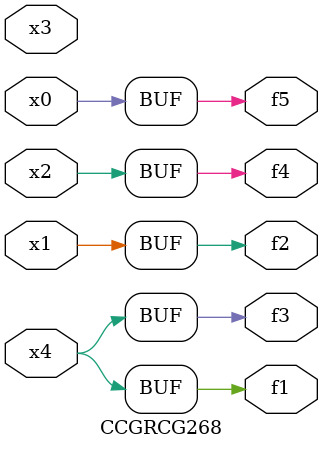
<source format=v>
module CCGRCG268(
	input x0, x1, x2, x3, x4,
	output f1, f2, f3, f4, f5
);
	assign f1 = x4;
	assign f2 = x1;
	assign f3 = x4;
	assign f4 = x2;
	assign f5 = x0;
endmodule

</source>
